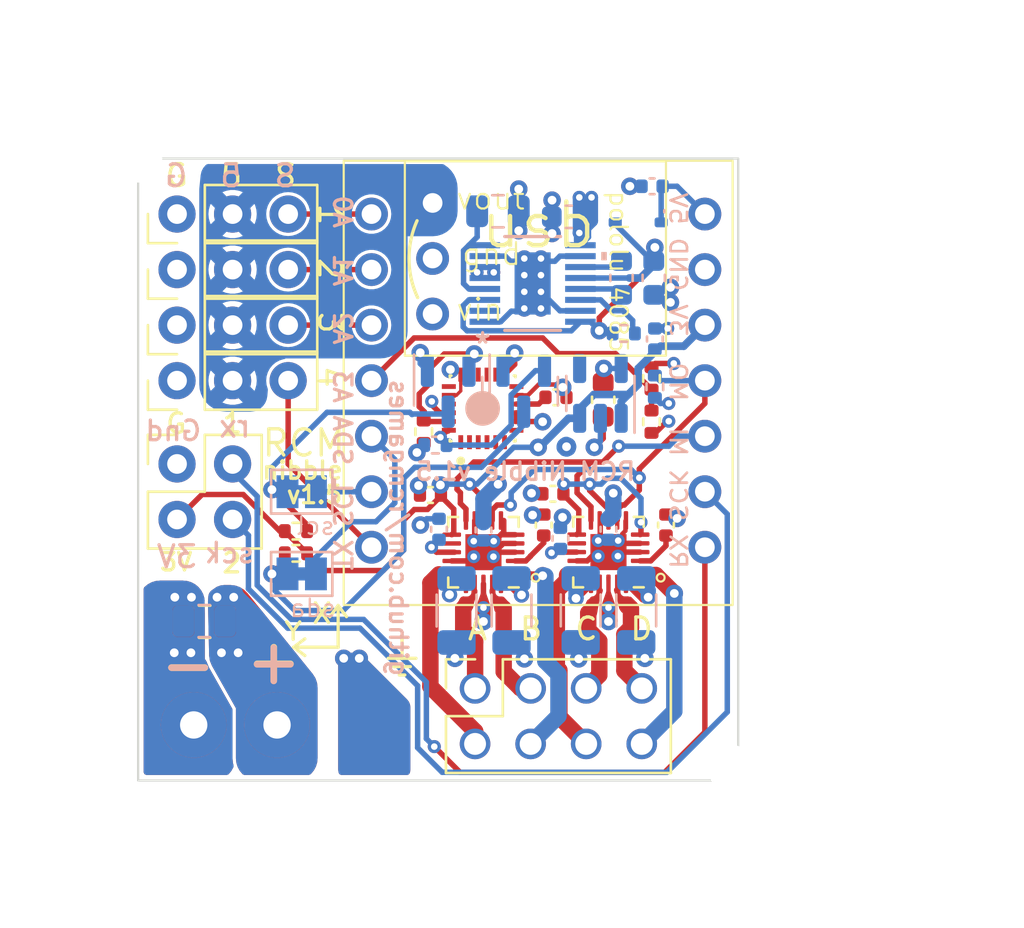
<source format=kicad_pcb>
(kicad_pcb (version 20221018) (generator pcbnew)
  (layers (0 "F.Cu" signal) (1 "In1.Cu" signal) (2 "In2.Cu" signal) (31 "B.Cu" signal) (34 "B.Paste" user) (35 "F.Paste" user) (36 "B.SilkS" user "B.Silkscreen") (37 "F.SilkS" user "F.Silkscreen") (38 "B.Mask" user) (39 "F.Mask" user) (44 "Edge.Cuts" user))
  (net 0 "")
  (net 1 "GND")
  (net 2 "3v")
  (net 3 "Net-(IC1-1,8Vout)")
  (net 4 "Net-(IC2-1,8Vout)")
  (net 5 "Net-(D1-K)")
  (net 6 "Net-(ESP32_QT_PY1-A1)")
  (net 7 "Net-(IC1-VCP)")
  (net 8 "Net-(IC2-VCP)")
  (net 9 "Net-(IC1-OA2)")
  (net 11 "Net-(IC1-OB2)")
  (net 12 "Net-(IC1-BRB)")
  (net 13 "uart")
  (net 14 "sda")
  (net 15 "Net-(IC1-OB1)")
  (net 16 "Net-(IC1-OA1)")
  (net 17 "scl")
  (net 18 "Net-(ESP32_QT_PY1-A2)")
  (net 19 "Net-(ESP32_QT_PY1-A3)")
  (net 20 "enab")
  (net 21 "Net-(ESP32_QT_PY1-A0)")
  (net 22 "Net-(ESP32_QT_PY1-RX)")
  (net 23 "Net-(IC1-BRA)")
  (net 24 "Net-(IC2-OA2)")
  (net 26 "Net-(IC2-OB2)")
  (net 27 "Net-(IC2-BRB)")
  (net 28 "Net-(IC2-OB1)")
  (net 29 "vbat")
  (net 30 "servopower")
  (net 31 "5v")
  (net 44 "Net-(Q3-D)")
  (net 47 "Net-(Q4-D)")
  (net 48 "Net-(Q3-S)")
  (net 49 "Net-(Q4-S)")
  (net 50 "Net-(U3-REGOUT)")
  (net 51 "Net-(ESP32_QT_PY1-TX)")
  (net 52 "Net-(ESP32_QT_PY1-SCK)")
  (net 53 "1.8")
  (net 55 "Net-(IC2-OA1)")
  (net 56 "Net-(IC2-BRA)")
  (net 58 "Net-(C9-Pad2)")
  (net 59 "Net-(U2-C)")
  (net 60 "Net-(U2-C+)")
  (net 61 "Net-(U2-*RST)")
  (footprint "!RCMhardware footprints:PinSocket_2x04_P2.54mm_Vertical" (layer "F.Cu") (at 143.2914 58.5524 90)
    (fp_text reference "J6" hide)
    (fp_text value "2x04 female header pins")
  )
  (footprint "Connector_PinHeader_2.54mm:PinHeader_1x03_P2.54mm_Vertical" (layer "F.Cu") (at 129.667 36.857 90)
    (fp_text reference "J5" hide)
    (fp_text value "Conn_01x03")
  )
  (footprint "Resistor_SMD:R_0402_1005Metric" (layer "F.Cu") (at 151.3586 44.3754 90)
    (fp_text reference "R2" hide)
    (fp_text value "10k / <=1%")
  )
  (footprint "Connector_PinHeader_2.54mm:PinHeader_1x03_P2.54mm_Vertical" (layer "F.Cu") (at 129.667 44.477 90)
    (fp_text reference "J4" hide)
    (fp_text value "Conn_01x03")
  )
  (footprint "!RCMhardware footprints:pololu 4085" (layer "F.Cu") (at 140.081 34.444 -90)
    (fp_text reference "U1" hide)
    (fp_text value "pololu 4085")
  )
  (footprint "Capacitor_SMD:C_0603_1608Metric" (layer "F.Cu") (at 149.1488 45.353 -90)
    (fp_text reference "C14" hide)
    (fp_text value "2.2uF/0603/>=16V")
  )
  (footprint "Resistor_SMD:R_0402_1005Metric" (layer "F.Cu") (at 151.3586 46.3566 90)
    (fp_text reference "R1" hide)
    (fp_text value "30k / <=1%")
  )
  (footprint "Capacitor_SMD:C_0805_2012Metric" (layer "F.Cu") (at 130.9268 55.5006 180)
    (fp_text reference "C16" hide)
    (fp_text value "22uF/0805/>=16V")
  )
  (footprint "Connector_PinHeader_2.54mm:PinHeader_1x03_P2.54mm_Vertical" (layer "F.Cu") (at 129.667 41.937 90)
    (fp_text reference "J3" hide)
    (fp_text value "Conn_01x03")
  )
  (footprint "Capacitor_SMD:C_0402_1005Metric" (layer "F.Cu") (at 146.431 51.081 -90)
    (fp_text reference "C17" hide)
    (fp_text value "100nF/0402/16V/X7R/<=10%/ceramic")
  )
  (footprint "!RCMhardware footprints:ESP32 QT PY" (layer "F.Cu") (at 146.177 44.477)
    (fp_text reference "ESP32_QT_PY1" hide)
    (fp_text value "microcontroller")
  )
  (footprint "Connector_PinHeader_2.54mm:PinHeader_2x02_P2.54mm_Vertical" (layer "F.Cu") (at 129.667 48.287)
    (fp_text reference "J9" hide)
    (fp_text value "Conn_02x02_Top_Bottom")
  )
  (footprint "Connector_PinHeader_2.54mm:PinHeader_1x03_P2.54mm_Vertical" (layer "F.Cu") (at 129.667 39.397 90)
    (fp_text reference "J2" hide)
    (fp_text value "Conn_01x03")
  )
  (footprint "Capacitor_SMD:C_0402_1005Metric" (layer "F.Cu") (at 146.9898 45.239)
    (fp_text reference "C11" hide)
    (fp_text value "100nF/0402/16V/X7R/<=10%/ceramic")
  )
  (footprint "Capacitor_SMD:C_0402_1005Metric" (layer "F.Cu") (at 146.85 49.651974 180)
    (fp_text reference "C7" hide)
    (fp_text value "100nF/0402/16V/X7R/<=10%/ceramic")
  )
  (footprint "MountingHole:MountingHole_2.2mm_M2" (layer "F.Cu") (at 155.067 62.257)
    (fp_text reference "H2" hide)
    (fp_text value "MountingHole")
  )
  (footprint "Capacitor_SMD:C_0402_1005Metric" (layer "F.Cu") (at 152.019 51.081 -90)
    (fp_text reference "C18" hide)
    (fp_text value "100nF/0402/16V/X7R/<=10%/ceramic")
  )
  (footprint "!RCMhardware footprints:battery wires" (layer "F.Cu") (at 130.429 60.225 -90)
    (fp_text reference "J1" hide)
    (fp_text value "pads to solder wires to" hide)
  )
  (footprint "Capacitor_SMD:C_0402_1005Metric" (layer "F.Cu") (at 141.252 49.7078 180)
    (fp_text reference "C4" hide)
    (fp_text value "100nF/0402/16V/X7R/<=10%/ceramic")
  )
  (footprint "MountingHole:MountingHole_2.2mm_M2" (layer "F.Cu") (at 127.889 34.317)
    (fp_text reference "H1" hide)
    (fp_text value "MountingHole")
  )
  (footprint "Resistor_SMD:R_0402_1005Metric" (layer "F.Cu") (at 135.1026 52.3748 180)
    (fp_text reference "R12" hide)
    (fp_text value "10k / <=1%")
  )
  (footprint "!RCMhardware footprints:QFN-20-1EP_3x3mm_P0.4mm_EP1.65x1.65mm" (layer "F.Cu") (at 143.675 52.3234 180)
    (fp_text reference "IC1" hide)
    (fp_text value "TMC7300")
  )
  (footprint "!RCMhardware footprints:QFN40P300X300X105-24N" (layer "F.Cu") (at 143.637 45.747 90)
    (fp_text reference "U3" hide)
    (fp_text value "ICM-20948")
  )
  (footprint "!RCMhardware footprints:QFN-20-1EP_3x3mm_P0.4mm_EP1.65x1.65mm" (layer "F.Cu") (at 149.39 52.318974 180)
    (fp_text reference "IC2" hide)
    (fp_text value "TMC7300")
  )
  (footprint "Resistor_SMD:R_0402_1005Metric" (layer "F.Cu") (at 140.9446 46.8138 -90)
    (fp_text reference "R10" hide)
    (fp_text value "10k / <=1%")
  )
  (footprint "Resistor_SMD:R_0402_1005Metric" (layer "F.Cu") (at 135.1026 51.3604 180)
    (fp_text reference "R9" hide)
    (fp_text value "10k / <=1%")
  )
  (footprint "Resistor_SMD:R_0402_1005Metric" (layer "B.Cu") (at 150.0886 42.318 180)
    (fp_text reference "R7" hide)
    (fp_text value "10k / <=1%")
  )
  (footprint "Capacitor_SMD:C_0603_1608Metric" (layer "B.Cu") (at 147.574 36.984 180)
    (fp_text reference "C13" hide)
    (fp_text value "2.2uF/0603/>=16V")
  )
  (footprint "Capacitor_SMD:C_0402_1005Metric" (layer "B.Cu") (at 149.39 51.274974 -90)
    (fp_text reference "C6" hide)
    (fp_text value "100nF/0402/16V/X7R/<=10%/ceramic")
  )
  (footprint "Package_TO_SOT_SMD:SOT-23" (layer "B.Cu") (at 145.5166 44.9596 -90)
    (fp_text reference "Q4" hide)
    (fp_text value "BSS138, N channel mosfet >=0.22A")
  )
  (footprint "Capacitor_SMD:C_0805_2012Metric" (layer "B.Cu") (at 130.9116 55.4752 180)
    (fp_text reference "C2" hide)
    (fp_text value "22uF/0805/>=16V")
  )
  (footprint "Capacitor_SMD:C_0402_1005Metric" (layer "B.Cu") (at 143.675 51.307 -90)
    (fp_text reference "C3" hide)
    (fp_text value "100nF/0402/16V/X7R/<=10%/ceramic")
  )
  (footprint "Capacitor_SMD:C_0402_1005Metric" (layer "B.Cu") (at 141.643 51.274974 90)
    (fp_text reference "C5" hide)
    (fp_text value "100nF/0402/16V/X7R/<=10%/ceramic")
  )
  (footprint "Capacitor_SMD:C_0603_1608Metric" (layer "B.Cu") (at 151.4602 39.778 90)
    (fp_text reference "C12" hide)
    (fp_text value "22uF/0603/>=10V")
  )
  (footprint "Resistor_SMD:R_0402_1005Metric" (layer "B.Cu") (at 141.478 47.4234)
    (fp_text reference "R13" hide)
    (fp_text value "10k / <=1%")
  )
  (footprint "Jumper:SolderJumper-2_P1.3mm_Bridged_Pad1.0x1.5mm" (layer "B.Cu") (at 135.367 53.3162 180)
    (fp_text reference "NT2" hide)
    (fp_text value "NetTie_2")
  )
  (footprint "Resistor_SMD:R_1206_3216Metric" (layer "B.Cu") (at 150.66 54.985974 90)
    (fp_text reference "R5" hide)
    (fp_text value "120mΩ / 0.5W / 1206 / <=1%")
  )
  (footprint "Diode_SMD:D_SOD-323" (layer "B.Cu") (at 150.749 37.238 180)
    (fp_text reference "D1" hide)
    (fp_text value "1A Zener Diode  / >=1A / 600 mV Vf @ 1 A")
  )
  (footprint "!RCMhardware footprints:MSE_16_ADI" (layer "B.Cu") (at 145.923 40.032)
    (fp_text reference "U2" hide)
    (fp_text value "LTC3246EMSE-PBF / 500mA charge pump")
  )
  (footprint "Resistor_SMD:R_1206_3216Metric" (layer "B.Cu") (at 148.12 54.985974 90)
    (fp_text reference "R6" hide)
    (fp_text value "120mΩ / 0.5W / 1206 / <=1%")
  )
  (footprint "Package_TO_SOT_SMD:SOT-23" (layer "B.Cu") (at 142.0622 44.9596 -90)
    (fp_text reference "Q3" hide)
    (fp_text value "BSS138, N channel mosfet >=0.22A")
  )
  (footprint "Capacitor_SMD:C_0805_2012Metric" (layer "B.Cu") (at 144.338 36.73 180)
    (fp_text reference "C9" hide)
    (fp_text value "22uF/0805/>=16V")
  )
  (footprint "Package_TO_SOT_SMD:SOT-23-5" (layer "B.Cu") (at 149.0218 45.0612 90)
    (fp_text reference "U4" hide)
    (fp_text value "MIC5225-1.8V")
  )
  (footprint "Resistor_SMD:R_1206_3216Metric" (layer "B.Cu") (at 142.4432 54.9926 90)
    (fp_text reference "R4" hide)
    (fp_text value "120mΩ / 0.5W / 1206 / <=1%")
  )
  (footprint "Resistor_SMD:R_0402_1005Metric" (layer "B.Cu") (at 151.511 44.7544 -90)
    (fp_text reference "R11" hide)
    (fp_text value "10k / <=1%")
  )
  (footprint "Capacitor_SMD:C_0402_1005Metric" (layer "B.Cu") (at 151.511 42.572 90)
    (fp_text reference "C15" hide)
    (fp_text value "100nF/0402/16V/X7R/<=10%/ceramic")
  )
  (footprint "Capacitor_SMD:C_0402_1005Metric" (layer "B.Cu") (at 147.193 51.6906 90)
    (fp_text reference "C8" hide)
    (fp_text value "100nF/0402/16V/X7R/<=10%/ceramic")
  )
  (footprint "Capacitor_SMD:C_0402_1005Metric" (layer "B.Cu") (at 151.384 35.587 180)
    (fp_text reference "C1" hide)
    (fp_text value "100nF/0402/16V/X7R/<=10%/ceramic")
  )
  (footprint "Capacitor_SMD:C_0603_1608Metric" (layer "B.Cu") (at 149.987 39.778 90)
    (fp_text reference "C10" hide)
    (fp_text value "2.2uF/0603/>=16V")
  )
  (footprint "Jumper:SolderJumper-2_P1.3mm_Bridged_Pad1.0x1.5mm" (layer "B.Cu") (at 135.367 49.557 180)
    (fp_text reference "NT1" hide)
    (fp_text value "NetTie_2")
  )
  (footprint "Resistor_SMD:R_1206_3216Metric" (layer "B.Cu") (at 144.9578 54.9904 90)
    (fp_text reference "R3" hide)
    (fp_text value "120mΩ / 0.5W / 1206 / <=1%")
  )
  (gr_circle (center 143.637 45.747) (end 144.35542 45.747) (stroke (width 0.15)) (fill solid) (layer "B.SilkS"))
  (gr_line (start 135.509 56.288) (end 135.001 56.669) (stroke (width 0.15)) (layer "F.SilkS"))
  (gr_line (start 135.001 56.669) (end 137.033 56.669) (stroke (width 0.15)) (layer "F.SilkS"))
  (gr_arc (start 140.666523 40.674734) (mid 140.271184 38.921173) (end 140.639801 37.1618) (stroke (width 0.15)) (layer "F.SilkS"))
  (gr_line (start 135.509 57.05) (end 135.001 56.669) (stroke (width 0.15)) (layer "F.SilkS"))
  (gr_line (start 137.414 55.272) (end 137.033 54.764) (stroke (width 0.15)) (layer "F.SilkS"))
  (gr_line (start 139.954 56.161) (end 139.954 57.177) (stroke (width 0.15)) (layer "F.SilkS"))
  (gr_line (start 137.033 54.764) (end 136.652 55.272) (stroke (width 0.15)) (layer "F.SilkS"))
  (gr_line (start 139.573 57.558) (end 140.335 57.558) (stroke (width 0.15)) (layer "F.SilkS"))
  (gr_line (start 137.033 56.669) (end 137.033 54.764) (stroke (width 0.15)) (layer "F.SilkS"))
  (gr_line (start 140.589 57.177) (end 139.319 57.177) (stroke (width 0.15)) (layer "F.SilkS"))
  (gr_line (start 140.081 57.939) (end 139.827 57.939) (stroke (width 0.15)) (layer "F.SilkS"))
  (gr_rect (start 127.889 34.317) (end 155.321 62.765) (stroke (width 0.1)) (fill none) (layer "Edge.Cuts"))
  (gr_text "sck" (at 133.2738 52.8844) (layer "B.SilkS") (effects (font (size 0.9 0.9)) (justify left bottom mirror)))
  (gr_text "rx" (at 133.1214 47.144) (layer "B.SilkS") (effects (font (size 1 1)) (justify left bottom mirror)))
  (gr_text "-" (at 130.175 57.4564) (layer "B.SilkS") (effects (font (size 2 2) (thickness 0.3)) (justify mirror)))
  (gr_text "RCM Nibble v1.5\n" (at 150.6982 49.0982) (layer "B.SilkS") (effects (font (size 0.8 0.8)) (justify left bottom mirror)))
  (gr_text "+" (at 134.0866 57.304) (layer "B.SilkS") (effects (font (size 2 2) (thickness 0.3)) (justify mirror)))
  (gr_text "3V\n" (at 130.6576 53.113) (layer "B.SilkS") (effects (font (size 1 1)) (justify left bottom mirror)))
  (gr_text "scl\n" (at 136.9314 51.589) (layer "B.SilkS") (effects (font (size 0.8 0.8) (thickness 0.1)) (justify left bottom mirror)))
  (gr_text "Gnd\n" (at 130.8608 47.2964) (layer "B.SilkS") (effects (font (size 0.9 0.9)) (justify left bottom mirror)))
  (gr_text "TX SCL SDA A3  A2  A1  A0\n" (at 137.6934 44.5786 270) (layer "B.SilkS") (effects (font (size 0.8 0.8)) (justify top mirror)))
  (gr_text "RX SCK MI  MO  3V GND 5V" (at 153.0096 44.4754 270) (layer "B.SilkS") (effects (font (size 0.75 0.8) (thickness 0.12)) (justify top mirror)))
  (gr_text "github.com/rcmgames" (at 139.319 58.066 -90) (layer "B.SilkS") (effects (font (size 0.8 0.8)) (justify left bottom mirror)))
  (gr_text "S  5  G" (at 135.1788 35.6886) (layer "B.SilkS") (effects (font (size 1 1)) (justify left bottom mirror)))
  (gr_text "sda" (at 136.9822 55.3482) (layer "B.SilkS") (effects (font (size 0.8 0.8) (thickness 0.1)) (justify left bottom mirror)))
  (gr_text "2\n" (at 131.6482 53.34) (layer "F.SilkS") (effects (font (size 0.9 0.9)) (justify left bottom)))
  (gr_text "G" (at 129.0828 46.9646) (layer "F.SilkS") (effects (font (size 0.9 0.9)) (justify left bottom)))
  (gr_text "Y\n" (at 134.493 56.415) (layer "F.SilkS") (effects (font (size 0.8 0.9)) (justify left bottom)))
  (gr_text "1" (at 131.6736 46.9392) (layer "F.SilkS") (effects (font (size 0.9 0.9)) (justify left bottom)))
  (gr_text "v1.5\n" (at 134.5946 50.1666) (layer "F.SilkS") (effects (font (size 0.8 0.8)) (justify left bottom)))
  (gr_text "X" (at 135.763 55.653) (layer "F.SilkS") (effects (font (size 0.9 0.9)) (justify left bottom)))
  (gr_text "nibble\n" (at 133.477 49.049) (layer "F.SilkS") (effects (font (size 0.8 0.8)) (justify left bottom)))
  (gr_text "3V" (at 128.8034 53.2384) (layer "F.SilkS") (effects (font (size 0.8 0.8)) (justify left bottom)))
  (gr_text "1  2  3  4" (at 136.0678 36.2982 -90) (layer "F.SilkS") (effects (font (size 1 1)) (justify left bottom)))
  (gr_text "A  B  C  D\n" (at 142.875 56.415) (layer "F.SilkS") (effects (font (size 1 1)) (justify left bottom)))
  (gr_text "RCM" (at 133.477 48.033) (layer "F.SilkS") (effects (font (size 1.2 1.2)) (justify left bottom)))
  (gr_text "G  5  S\n\n" (at 129.0574 37.2888) (layer "F.SilkS") (effects (font (size 1 1)) (justify left bottom)))
  (segment (start 144.183 52.3234) (end 144.583 51.9234) (width 0.25) (layer "F.Cu") (net 1))
  (segment (start 146.1979 44.654) (end 147.170804 44.654) (width 0.2) (layer "F.Cu") (net 1))
  (segment (start 143.275 50.8734) (end 143.275 51.9234) (width 0.25) (layer "F.Cu") (net 1))
  (segment (start 143.275 51.9234) (end 143.675 52.3234) (width 0.25) (layer "F.Cu") (net 1))
  (segment (start 148.7424 47.5234) (end 149.1488 47.117) (width 0.25) (layer "F.Cu") (net 1))
  (segment (start 149.1488 47.117) (end 149.1488 46.128) (width 0.25) (layer "F.Cu") (net 1))
  (segment (start 145.182 45.147) (end 145.7049 45.147) (width 0.2) (layer "F.Cu") (net 1))
  (segment (start 150.025 51.483238) (end 150.165 51.343238) (width 0.2) (layer "F.Cu") (net 1))
  (segment (start 149.39 52.318974) (end 149.015 51.943974) (width 0.25) (layer "F.Cu") (net 1))
  (segment (start 147.170804 44.654) (end 147.298604 44.7818) (width 0.2) (layer "F.Cu") (net 1))
  (segment (start 144.602 51.3964) (end 144.475 51.5234) (width 0.25) (layer "F.Cu") (net 1))
  (segment (start 149.015 51.943974) (end 149.015 51.107647) (width 0.25) (layer "F.Cu") (net 1))
  (segment (start 148.42462 52.718974) (end 147.94 52.718974) (width 0.25) (layer "F.Cu") (net 1))
  (segment (start 144.602 50.8734) (end 144.602 51.3964) (width 0.25) (layer "F.Cu") (net 1))
  (segment (start 145.125 52.3234) (end 144.183 52.3234) (width 0.25) (layer "F.Cu") (net 1))
  (segment (start 150.84 51.918974) (end 149.79 51.918974) (width 0.25) (layer "F.Cu") (net 1))
  (segment (start 142.637 44.946334) (end 142.637 44.202) (width 0.15) (layer "F.Cu") (net 1))
  (segment (start 149.39 51.754974) (end 149.39 52.318974) (width 0.25) (layer "F.Cu") (net 1))
  (segment (start 143.675215 52.818225) (end 143.58039 52.7234) (width 0.25) (layer "F.Cu") (net 1))
  (segment (start 143.58039 52.7234) (end 142.225 52.7234) (width 0.25) (layer "F.Cu") (net 1))
  (segment (start 151.5344 43.6896) (end 151.3586 43.8654) (width 0.25) (layer "F.Cu") (net 1))
  (segment (start 149.39 51.754974) (end 149.78862 51.754974) (width 0.25) (layer "F.Cu") (net 1))
  (segment (start 145.125 51.5234) (end 144.475 51.5234) (width 0.25) (layer "F.Cu") (net 1))
  (segment (start 148.882 52.191974) (end 148.882 52.261594) (width 0.25) (layer "F.Cu") (net 1))
  (segment (start 144.475 51.5234) (end 143.675 52.3234) (width 0.25) (layer "F.Cu") (net 1))
  (segment (start 149.79 51.918974) (end 149.39 52.318974) (width 0.25) (layer "F.Cu") (net 1))
  (segment (start 148.882 52.261594) (end 148.42462 52.718974) (width 0.25) (layer "F.Cu") (net 1))
  (segment (start 149.78862 51.754974) (end 150.025 51.518594) (width 0.2) (layer "F.Cu") (net 1))
  (segment (start 143.713129 51.669149) (end 143.803385 51.669149) (width 0.25) (layer "F.Cu") (net 1))
  (segment (start 152.3746 43.6896) (end 151.5344 43.6896) (width 0.25) (layer "F.Cu") (net 1))
  (segment (start 150.165 51.343238) (end 150.165 50.893974) (width 0.2) (layer "F.Cu") (net 1))
  (segment (start 144.583 51.9234) (end 145.125 51.9234) (width 0.25) (layer "F.Cu") (net 1))
  (segment (start 150.84 52.318974) (end 149.39 52.318974) (width 0.25) (layer "F.Cu") (net 1))
  (segment (start 142.092 45.147) (end 142.436334 45.147) (width 0.15) (layer "F.Cu") (net 1))
  (segment (start 145.7049 45.147) (end 146.1979 44.654) (width 0.2) (layer "F.Cu") (net 1))
  (segment (start 142.436334 45.147) (end 142.637 44.946334) (width 0.15) (layer "F.Cu") (net 1))
  (segment (start 150.025 51.518594) (end 150.025 51.483238) (width 0.2) (layer "F.Cu") (net 1))
  (via (at 145.873691 49.624938) (size 0.8) (drill 0.4) (layers "F.Cu" "B.Cu") (net 1))
  (via (at 150.368 35.587) (size 0.8) (drill 0.4) (layers "F.Cu" "B.Cu") (net 1))
  (via (at 146.304 39.651) (size 0.75) (drill 0.3) (layers "F.Cu" "B.Cu") (net 1))
  (via (at 146.812 36.222) (size 0.8) (drill 0.4) (layers "F.Cu" "B.Cu") (net 1))
  (via (at 147.2905 50.726176) (size 0.8) (drill 0.4) (layers "F.Cu" "B.Cu") (net 1))
  (via (at 144.129884 52.5288) (size 0.6) (drill 0.3) (layers "F.Cu" "B.Cu") (net 1))
  (via (at 145.288 35.714) (size 0.8) (drill 0.4) (layers "F.Cu" "B.Cu") (net 1))
  (via (at 146.304 41.175) (size 0.75) (drill 0.3) (layers "F.Cu" "B.Cu") (net 1))
  (via (at 151.0538 57.177) (size 0.8) (drill 0.4) (layers "F.Cu" "B.Cu") (net 1))
  (via (at 129.54 56.923) (size 0.8) (drill 0.4) (layers "F.Cu" "B.Cu") (net 1))
  (via (at 145.288 37.619) (size 0.8) (drill 0.4) (layers "F.Cu" "B.Cu") (net 1))
  (via (at 129.5654 54.383) (size 0.8) (drill 0.4) (layers "F.Cu" "B.Cu") (net 1))
  (via (at 152.2222 40.8956) (size 0.8) (drill 0.4) (layers "F.Cu" "B.Cu") (net 1))
  (via (at 152.2222 40.2098) (size 0.8) (drill 0.4) (layers "F.Cu" "B.Cu") (net 1))
  (via (at 148.7424 47.5234) (size 0.8) (drill 0.4) (layers "F.Cu" "B.Cu") (net 1))
  (via (at 137.9982 57.177) (size 0.8) (drill 0.4) (layers "F.Cu" "B.Cu") (net 1))
  (via (at 142.1627 43.969) (size 0.8) (drill 0.4) (layers "F.Cu" "B.Cu") (net 1))
  (via (at 140.7922 51.081) (size 0.8) (drill 0.4) (layers "F.Cu" "B.Cu") (net 1))
  (via (at 140.710344 49.276) (size 0.8) (drill 0.4) (layers "F.Cu" "B.Cu") (net 1))
  (via (at 145.542 40.413) (size 0.75) (drill 0.3) (layers "F.Cu" "B.Cu") (net 1))
  (via (at 145.542 41.175) (size 0.75) (drill 0.3) (layers "F.Cu" "B.Cu") (net 1))
  (via (at 152.146 45.5184) (size 0.6) (drill 0.3) (layers "F.Cu" "B.Cu") (net 1))
  (via (at 137.287 57.177) (size 0.8) (drill 0.4) (layers "F.Cu" "B.Cu") (net 1))
  (via (at 130.302 56.923) (size 0.8) (drill 0.4) (layers "F.Cu" "B.Cu") (net 1))
  (via (at 146.812 37.746) (size 0.8) (drill 0.4) (layers "F.Cu" "B.Cu") (net 1))
  (via (at 145.5475 57.201099) (size 0.8) (drill 0.4) (layers "F.Cu" "B.Cu") (net 1))
  (via (at 130.3274 54.383) (size 0.8) (drill 0.4) (layers "F.Cu" "B.Cu") (net 1))
  (via (at 143.2306 51.8176) (size 0.6) (drill 0.3) (layers "F.Cu" "B.Cu") (net 1))
  (via (at 152.0952 42.0878) (size 0.6) (drill 0.3) (layers "F.Cu" "B.Cu") (net 1))
  (via (at 146.304 38.889) (size 0.75) (drill 0.3) (layers "F.Cu" "B.Cu") (net 1))
  (via (at 149.8346 51.7922) (size 0.6) (drill 0.3) (layers "F.Cu" "B.Cu") (net 1))
  (via (at 148.9202 52.5034) (size 0.6) (drill 0.3) (layers "F.Cu" "B.Cu") (net 1))
  (via (at 152.3746 43.6896) (size 0.6) (drill 0.3) (layers "F.Cu" "B.Cu") (net 1))
  (via (at 147.298604 44.7818) (size 0.8) (drill 0.4) (layers "F.Cu" "B.Cu") (net 1))
  (via (at 143.2306 52.5288) (size 0.6) (drill 0.3) (layers "F.Cu" "B.Cu") (net 1))
  (via (at 145.542 39.651) (size 0.75) (drill 0.3) (layers "F.Cu" "B.Cu") (net 1))
  (via (at 149.819484 52.5034) (size 0.6) (drill 0.3) (layers "F.Cu" "B.Cu") (net 1))
  (via (at 145.542 38.889) (size 0.75) (drill 0.3) (layers "F.Cu" "B.Cu") (net 1))
  (via (at 142.369 57.177) (size 0.8) (drill 0.4) (layers "F.Cu" "B.Cu") (net 1))
  (via (at 148.9202 51.7922) (size 0.6) (drill 0.3) (layers "F.Cu" "B.Cu") (net 1))
  (via (at 146.304 40.413) (size 0.75) (drill 0.3) (layers "F.Cu" "B.Cu") (net 1))
  (via (at 144.145 51.8176) (size 0.6) (drill 0.3) (layers "F.Cu" "B.Cu") (net 1))
  (via (at 148.0312 57.2008) (size 0.8) (drill 0.4) (layers "F.Cu" "B.Cu") (net 1))
  (segment (start 144.94571 41.302) (end 145.542 41.302) (width 0.25) (layer "B.Cu") (net 1))
  (segment (start 146.177 39.778) (end 145.923 40.032) (width 0.25) (layer "B.Cu") (net 1))
  (segment (start 148.7424 47.5234) (end 149.0218 47.244) (width 0.25) (layer "B.Cu") (net 1))
  (segment (start 146.304 39.778) (end 146.177 39.778) (width 0.25) (layer "B.Cu") (net 1))
  (segment (start 146.304 39.651) (end 146.304 39.778) (width 0.25) (layer "B.Cu") (net 1))
  (segment (start 146.304 39.016) (end 146.304 39.651) (width 0.25) (layer "B.Cu") (net 1))
  (segment (start 146.304 40.54) (end 146.304 40.413) (width 0.25) (layer "B.Cu") (net 1))
  (segment (start 145.542 40.70571) (end 145.542 40.70571) (width 0.25) (layer "B.Cu") (net 1))
  (segment (start 147.173 41.282) (end 146.431 40.54) (width 0.25) (layer "B.Cu") (net 1))
  (segment (start 145.542 39.651) (end 145.542 39.778) (width 0.25) (layer "B.Cu") (net 1))
  (segment (start 145.542 41.302) (end 145.542 40.70571) (width 0.25) (layer "B.Cu") (net 1))
  (segment (start 146.304 39.651) (end 146.304 39.651) (width 0.25) (layer "B.Cu") (net 1))
  (segment (start 144.907 39.016) (end 145.542 39.016) (width 0.25) (layer "B.Cu") (net 1))
  (segment (start 145.923 40.32471) (end 145.923 40.032) (width 0.25) (layer "B.Cu") (net 1))
  (segment (start 149.0218 47.244) (end 149.0218 46.1987) (width 0.25) (layer "B.Cu") (net 1))
  (segment (start 148.1074 41.282) (end 147.173 41.282) (width 0.25) (layer "B.Cu") (net 1))
  (segment (start 143.7386 38.782) (end 144.673 38.782) (width 0.25) (layer "B.Cu") (net 1))
  (segment (start 152.146 45.5184) (end 151.765 45.5184) (width 0.25) (layer "B.Cu") (net 1))
  (segment (start 147.173 38.782) (end 146.939 39.016) (width 0.25) (layer "B.Cu") (net 1))
  (segment (start 151.5152 42.0878) (end 151.511 42.092) (width 0.4) (layer "B.Cu") (net 1))
  (segment (start 145.542 40.54) (end 145.70771 40.54) (width 0.25) (layer "B.Cu") (net 1))
  (segment (start 146.431 40.54) (end 146.304 40.54) (width 0.25) (layer "B.Cu") (net 1))
  (segment (start 152.0952 42.0878) (end 151.5152 42.0878) (width 0.4) (layer "B.Cu") (net 1))
  (segment (start 145.542 40.70571) (end 145.542 40.54) (width 0.25) (layer "B.Cu") (net 1))
  (segment (start 144.673 38.782) (end 144.907 39.016) (width 0.25) (layer "B.Cu") (net 1))
  (segment (start 145.70771 40.54) (end 145.923 40.32471) (width 0.25) (layer "B.Cu") (net 1))
  (segment (start 143.7386 41.782002) (end 144.465708 41.782002) (width 0.25) (layer "B.Cu") (net 1))
  (segment (start 146.304 40.413) (end 145.923 40.032) (width 0.25) (layer "B.Cu") (net 1))
  (segment (start 145.669 39.778) (end 145.923 40.032) (width 0.25) (layer "B.Cu") (net 1))
  (segment (start 145.542 39.016) (end 145.542 39.651) (width 0.25) (layer "B.Cu") (net 1))
  (segment (start 141.078226 50.794974) (end 141.643 50.794974) (width 0.25) (layer "B.Cu") (net 1))
  (segment (start 151.765 45.5184) (end 151.511 45.2644) (width 0.25) (layer "B.Cu") (net 1))
  (segment (start 144.465708 41.782002) (end 144.94571 41.302) (width 0.25) (layer "B.Cu") (net 1))
  (segment (start 146.939 39.016) (end 146.304 39.016) (width 0.25) (layer "B.Cu") (net 1))
  (segment (start 145.542 39.651) (end 145.542 39.651) (width 0.25) (layer "B.Cu") (net 1))
  (segment (start 148.1074 38.782) (end 147.173 38.782) (width 0.25) (layer "B.Cu") (net 1))
  (segment (start 140.7922 51.081) (end 141.078226 50.794974) (width 0.25) (layer "B.Cu") (net 1))
  (segment (start 145.542 39.778) (end 145.669 39.778) (width 0.25) (layer "B.Cu") (net 1))
  (segment (start 141.7066 49.2014) (end 141.7066 49.743574) (width 0.25) (layer "F.Cu") (net 2))
  (segment (start 148.033 51.425974) (end 147.94 51.518974) (width 0.25) (layer "F.Cu") (net 2))
  (segment (start 141.7066 49.776779) (end 141.113579 50.3698) (width 0.25) (layer "F.Cu") (net 2))
  (segment (start 132.6912 49.684) (end 130.81 49.684) (width 0.25) (layer "F.Cu") (net 2))
  (segment (start 139.0888 53.1638) (end 136.396 53.1638) (width 0.25) (layer "F.Cu") (net 2))
  (segment (start 150.876 50.954) (end 150.876 51.482974) (width 0.25) (layer "F.Cu") (net 2))
  (segment (start 140.0302 52.2224) (end 139.0888 53.1638) (width 0.25) (layer "F.Cu") (net 2))
  (segment (start 148.033 50.397) (end 148.033 51.425974) (width 0.25) (layer "F.Cu") (net 2))
  (segment (start 141.7066 49.2014) (end 141.7066 49.776779) (width 0.25) (layer "F.Cu") (net 2))
  (segment (start 149.39 50.357) (end 149.39 50.868974) (width 0.25) (layer "F.Cu") (net 2))
  (segment (start 143.042647 49.210474) (end 143.042647 49.215047) (width 0.25) (layer "F.Cu") (net 2))
  (segment (start 147.3454 49.2014) (end 147.3454 49.7094) (width 0.25) (layer "F.Cu") (net 2))
  (segment (start 142.318 51.4304) (end 142.225 51.5234) (width 0.25) (layer "F.Cu") (net 2))
  (segment (start 150.876 51.482974) (end 150.84 51.518974) (width 0.25) (layer "F.Cu") (net 2))
  (segment (start 136.396 53.1638) (end 134.5926 51.3604) (width 0.25) (layer "F.Cu") (net 2))
  (segment (start 148.5295 49.210474) (end 148.5295 49.4965) (width 0.25) (layer "F.Cu") (net 2))
  (segment (start 141.7066 49.743574) (end 142.318 50.354974) (width 0.25) (layer "F.Cu") (net 2))
  (segment (start 141.113579 50.3698) (end 140.5128 50.3698) (width 0.25) (layer "F.Cu") (net 2))
  (segment (start 142.318 50.354974) (end 142.318 51.4304) (width 0.25) (layer "F.Cu") (net 2))
  (segment (start 143.675 49.8474) (end 143.675 50.8734) (width 0.25) (layer "F.Cu") (net 2))
  (segment (start 134.3676 51.3604) (end 132.6912 49.684) (width 0.25) (layer "F.Cu") (net 2))
  (segment (start 134.5926 51.3604) (end 134.3676 51.3604) (width 0.25) (layer "F.Cu") (net 2))
  (segment (start 140.5128 50.3698) (end 140.0302 50.8524) (width 0.25) (layer "F.Cu") (net 2))
  (segment (start 130.81 49.684) (end 129.667 50.827) (width 0.25) (layer "F.Cu") (net 2))
  (segment (start 140.0302 50.8524) (end 140.0302 52.2224) (width 0.25) (layer "F.Cu") (net 2))
  (segment (start 148.5295 49.4965) (end 149.39 50.357) (width 0.25) (layer "F.Cu") (net 2))
  (segment (start 143.042647 49.215047) (end 143.675 49.8474) (width 0.25) (layer "F.Cu") (net 2))
  (segment (start 147.3454 49.7094) (end 148.033 50.397) (width 0.25) (layer "F.Cu") (net 2))
  (via (at 150.876 50.954) (size 0.6) (drill 0.3) (layers "F.Cu" "B.Cu") (net 2))
  (via (at 146.177 47.525) (size 0.8) (drill 0.4) (layers "F.Cu" "B.Cu") (net 2))
  (via (at 147.3454 49.2014) (size 0.6) (drill 0.3) (layers "F.Cu" "B.Cu") (net 2))
  (via (at 148.5295 49.210474) (size 0.6) (drill 0.3) (layers "F.Cu" "B.Cu") (net 2))
  (via (at 141.7066 49.2506) (size 0.8) (drill 0.4) (layers "F.Cu" "B.Cu") (net 2))
  (via (at 143.042647 49.210474) (size 0.6) (drill 0.3) (layers "F.Cu" "B.Cu") (net 2))
  (segment (start 148.0718 46.2241) (end 148.0718 45.7572) (width 0.35) (layer "B.Cu") (net 2))
  (segment (start 148.0718 45.7572) (end 148.7186 45.1104) (width 0.35) (layer "B.Cu") (net 2))
  (segment (start 141.715674 49.210474) (end 143.042647 49.210474) (width 0.25) (layer "B.Cu") (net 2))
  (segment (start 146.177 47.525) (end 146.237105 47.525) (width 0.35) (layer "B.Cu") (net 2))
  (segment (start 148.5295 49.210474) (end 149.055397 49.210474) (width 0.25) (layer "B.Cu") (net 2))
  (segment (start 148.7186 45.1104) (end 150.2934 45.1104) (width 0.35) (layer "B.Cu") (net 2))
  (segment (start 143.373926 49.210474) (end 145.0594 47.525) (width 0.25) (layer "B.Cu") (net 2))
  (segment (start 149.324082 48.941789) (end 149.955989 48.941789) (width 0.25) (layer "B.Cu") (net 2))
  (segment (start 150.749 44.6548) (end 150.749 43.9182) (width 0.35) (layer "B.Cu") (net 2))
  (segment (start 150.749 43.9182) (end 151.7666 42.9006) (width 0.35) (layer "B.Cu") (net 2))
  (segment (start 148.5295 49.210474) (end 147.354474 49.210474) (width 0.25) (layer "B.Cu") (net 2))
  (segment (start 149.9718 45.432) (end 150.3045 45.0993) (width 0.35) (layer "B.Cu") (net 2))
  (segment (start 151.7666 42.9006) (end 152.8334 42.9006) (width 0.35) (layer "B.Cu") (net 2))
  (segment (start 152.8334 42.9006) (end 153.797 41.937) (width 0.35) (layer "B.Cu") (net 2))
  (segment (start 147.563405 46.1987) (end 148.0718 46.1987) (width 0.35) (layer "B.Cu") (net 2))
  (segment (start 146.237105 47.525) (end 147.563405 46.1987) (width 0.35) (layer "B.Cu") (net 2))
  (segment (start 149.955989 48.941789) (end 150.876 49.8618) (width 0.25) (layer "B.Cu") (net 2))
  (segment (start 143.042647 49.210474) (end 143.373926 49.210474) (width 0.25) (layer "B.Cu") (net 2))
  (segment (start 147.354474 49.210474) (end 147.3454 49.2014) (width 0.25) (layer "B.Cu") (net 2))
  (segment (start 150.876 49.8618) (end 150.876 50.954) (width 0.25) (layer "B.Cu") (net 2))
  (segment (start 150.2934 45.1104) (end 150.3045 45.0993) (width 0.35) (layer "B.Cu") (net 2))
  (segment (start 145.0594 47.525) (end 146.177 47.525) (width 0.25) (layer "B.Cu") (net 2))
  (segment (start 149.055397 49.210474) (end 149.324082 48.941789) (width 0.25) (layer "B.Cu") (net 2))
  (segment (start 149.9718 46.1987) (end 149.9718 45.432) (width 0.35) (layer "B.Cu") (net 2))
  (segment (start 141.7066 49.2014) (end 141.715674 49.210474) (width 0.25) (layer "B.Cu") (net 2))
  (segment (start 150.3045 45.0993) (end 150.749 44.6548) (width 0.35) (layer "B.Cu") (net 2))
  (segment (start 141.3002 52.0954) (end 141.5282 52.3234) (width 0.25) (layer "F.Cu") (net 3))
  (segment (start 141.5282 52.3234) (end 142.352 52.3234) (width 0.25) (layer "F.Cu") (net 3))
  (via (at 141.3002 52.0954) (size 0.6) (drill 0.3) (layers "F.Cu" "B.Cu") (net 3))
  (segment (start 146.818292 52.318974) (end 147.94 52.318974) (width 0.25) (layer "F.Cu") (net 4))
  (segment (start 146.787233 52.350033) (end 146.818292 52.318974) (width 0.25) (layer "F.Cu") (net 4))
  (via (at 146.787233 52.350033) (size 0.6) (drill 0.3) (layers "F.Cu" "B.Cu") (net 4))
  (segment (start 151.737 35.587) (end 152.527 35.587) (width 0.25) (layer "B.Cu") (net 5))
  (segment (start 152.527 35.587) (end 153.797 36.857) (width 0.25) (layer "B.Cu") (net 5))
  (segment (start 151.799 37.238) (end 151.799 35.649) (width 0.25) (layer "B.Cu") (net 5))
  (segment (start 151.799 35.649) (end 151.737 35.587) (width 0.25) (layer "B.Cu") (net 5))
  (segment (start 138.557 39.397) (end 134.747 39.397) (width 0.25) (layer "F.Cu") (net 6))
  (segment (start 145.825 52.4998) (end 145.825 52.50802) (width 0.25) (layer "F.Cu") (net 7))
  (segment (start 146.431 51.561) (end 146.431 51.8938) (width 0.25) (layer "F.Cu") (net 7))
  (segment (start 145.825 52.50802) (end 145.60962 52.7234) (width 0.25) (layer "F.Cu") (net 7))
  (segment (start 146.431 51.8938) (end 145.825 52.4998) (width 0.25) (layer "F.Cu") (net 7))
  (segment (start 145.60962 52.7234) (end 145.125 52.7234) (width 0.25) (layer "F.Cu") (net 7))
  (segment (start 152.019 52.024594) (end 151.32462 52.718974) (width 0.25) (layer "F.Cu") (net 8))
  (segment (start 152.019 51.561) (end 152.019 52.024594) (width 0.25) (layer "F.Cu") (net 8))
  (segment (start 151.32462 52.718974) (end 150.84 52.718974) (width 0.25) (layer "F.Cu") (net 8))
  (segment (start 145.771656 53.39963) (end 145.58 53.207974) (width 0.4) (layer "F.Cu") (net 9))
  (segment (start 146.3823 53.39963) (end 145.771656 53.39963) (width 0.4) (layer "F.Cu") (net 9))
  (via (at 146.3823 53.39963) (size 0.8) (drill 0.4) (layers "F.Cu" "B.Cu") (net 9))
  (segment (start 147.104 59.811974) (end 145.834 61.081974) (width 0.75) (layer "B.Cu") (net 9))
  (segment (start 146.5072 57.310174) (end 147.104 57.906974) (width 0.75) (layer "B.Cu") (net 9))
  (segment (start 146.5072 53.410077) (end 146.5072 57.310174) (width 0.75) (layer "B.Cu") (net 9))
  (segment (start 147.104 57.906974) (end 147.104 59.811974) (width 0.75) (layer "B.Cu") (net 9))
  (segment (start 141.2494 53.728574) (end 141.643 53.334974) (width 0.75) (layer "F.Cu") (net 11))
  (segment (start 143.294 61.081974) (end 143.295226 61.0832) (width 0.75) (layer "F.Cu") (net 11))
  (segment (start 143.295226 61.0832) (end 143.2968 61.0832) (width 0.75) (layer "F.Cu") (net 11))
  (segment (start 141.2494 58.4724) (end 141.2494 53.728574) (width 0.75) (layer "F.Cu") (net 11))
  (segment (start 143.2968 61.0832) (end 143.2968 60.5198) (width 0.75) (layer "F.Cu") (net 11))
  (segment (start 143.2968 60.5198) (end 141.2494 58.4724) (width 0.75) (layer "F.Cu") (net 11))
  (segment (start 142.1239 54.267752) (end 142.1239 54.030148) (width 0.5) (layer "F.Cu") (net 12))
  (segment (start 142.431448 53.7226) (end 142.7226 53.7226) (width 0.5) (layer "F.Cu") (net 12))
  (segment (start 142.1239 54.030148) (end 142.431448 53.7226) (width 0.5) (layer "F.Cu") (net 12))
  (via (at 142.1239 54.267752) (size 0.7) (drill 0.4) (layers "F.Cu" "B.Cu") (net 12))
  (segment (start 145.895805 48.1984) (end 143.241548 48.1984) (width 0.25) (layer "F.Cu") (net 13))
  (segment (start 149.86 47.4742) (end 149.1358 48.1984) (width 0.25) (layer "F.Cu") (net 13))
  (segment (start 148.59 50.868974) (end 148.59 50.2428) (width 0.25) (layer "F.Cu") (net 13))
  (segment (start 143.241548 48.1984) (end 142.467647 48.972301) (width 0.25) (layer "F.Cu") (net 13))
  (segment (start 142.621 50.092289) (end 142.875 50.346289) (width 0.25) (layer "F.Cu") (net 13))
  (segment (start 146.458195 48.1984) (end 146.456595 48.2) (width 0.25) (layer "F.Cu") (net 13))
  (segment (start 142.467647 48.972301) (end 142.467647 49.448647) (width 0.25) (layer "F.Cu") (net 13))
  (segment (start 142.875 50.346289) (end 142.875 50.8734) (width 0.25) (layer "F.Cu") (net 13))
  (segment (start 145.897405 48.2) (end 145.895805 48.1984) (width 0.25) (layer "F.Cu") (net 13))
  (segment (start 142.467647 49.448647) (end 142.621 49.602) (width 0.25) (layer "F.Cu") (net 13))
  (segment (start 149.1358 48.1984) (end 146.458195 48.1984) (width 0.25) (layer "F.Cu") (net 13))
  (segment (start 142.621 49.602) (end 142.621 50.092289) (width 0.25) (layer "F.Cu") (net 13))
  (segment (start 147.955 49.6078) (end 147.955 48.8334) (width 0.25) (layer "F.Cu") (net 13))
  (segment (start 146.456595 48.2) (end 145.897405 48.2) (width 0.25) (layer "F.Cu") (net 13))
  (segment (start 148.59 50.2428) (end 147.955 49.6078) (width 0.25) (layer "F.Cu") (net 13))
  (segment (start 147.955 48.8334) (end 148.59 48.1984) (width 0.25) (layer "F.Cu") (net 13))
  (via (at 149.86 47.4742) (size 0.6) (drill 0.3) (layers "F.Cu" "B.Cu") (net 13))
  (segment (start 149.86 47.4742) (end 152.156826 47.4742) (width 0.25) (layer "B.Cu") (net 13))
  (segment (start 152.156826 47.4742) (end 152.614026 47.017) (width 0.25) (layer "B.Cu") (net 13))
  (segment (start 152.614026 47.017) (end 153.797 47.017) (width 0.25) (layer "B.Cu") (net 13))
  (segment (start 139.6238 50.065) (end 139.6238 48.0838) (width 0.25) (layer "B.Cu") (net 14))
  (segment (start 136.017 52.5542) (end 137.6426 50.9286) (width 0.25) (layer "B.Cu") (net 14))
  (segment (start 139.6238 48.0838) (end 138.557 47.017) (width 0.25) (layer "B.Cu") (net 14))
  (segment (start 137.6426 50.9286) (end 138.7602 50.9286) (width 0.25) (layer "B.Cu") (net 14))
  (segment (start 136.017 53.3162) (end 136.017 52.5542) (width 0.25) (layer "B.Cu") (net 14))
  (segment (start 138.7602 50.9286) (end 139.6238 50.065) (width 0.25) (layer "B.Cu") (net 14))
  (segment (start 142.75 55.877122) (end 142.75 54.896574) (width 0.75) (layer "F.Cu") (net 15))
  (segment (start 143.294 58.541974) (end 143.294 56.421122) (width 0.75) (layer "F.Cu") (net 15))
  (segment (start 143.294 56.421122) (end 142.75 55.877122) (width 0.75) (layer "F.Cu") (net 15))
  (segment (start 142.75 54.896574) (end 142.7876 54.858974) (width 0.75) (layer "F.Cu") (net 15))
  (segment (start 145.357574 58.541974) (end 144.6 57.7844) (width 0.75) (layer "F.Cu") (net 16))
  (segment (start 145.834 58.541974) (end 145.357574 58.541974) (width 0.75) (layer "F.Cu") (net 16))
  (segment (start 144.6 57.7844) (end 144.6 54.893374) (width 0.75) (layer "F.Cu") (net 16))
  (segment (start 136.017 49.557) (end 138.557 49.557) (width 0.25) (layer "B.Cu") (net 17))
  (segment (start 138.557 41.937) (end 134.747 41.937) (width 0.25) (layer "F.Cu") (net 18))
  (segment (start 138.557 44.473517) (end 138.557 44.477) (width 0.25) (layer "F.Cu") (net 19))
  (segment (start 151.3586 45.8466) (end 151.3586 44.8854) (width 0.25) (layer "F.Cu") (net 19))
  (segment (start 151.3586 44.8854) (end 149.7164 43.2432) (width 0.25) (layer "F.Cu") (net 19))
  (segment (start 149.7164 43.2432) (end 147.1022 43.2432) (width 0.25) (layer "F.Cu") (net 19))
  (segment (start 140.505914 42.524603) (end 138.557 44.473517) (width 0.25) (layer "F.Cu") (net 19))
  (segment (start 147.1022 43.2432) (end 146.383603 42.524603) (width 0.25) (layer "F.Cu") (net 19))
  (segment (start 146.383603 42.524603) (end 140.505914 42.524603) (width 0.25) (layer "F.Cu") (net 19))
  (segment (start 144.916896 50.165) (end 144.29878 50.165) (width 0.25) (layer "F.Cu") (net 20))
  (segment (start 144.29878 50.165) (end 144.075 50.38878) (width 0.25) (layer "F.Cu") (net 20))
  (segment (start 150.00538 50.168974) (end 149.79 50.384354) (width 0.25) (layer "F.Cu") (net 20))
  (segment (start 150.111626 50.168974) (end 150.00538 50.168974) (width 0.25) (layer "F.Cu") (net 20))
  (segment (start 153.7228 44.5512) (end 153.797 44.477) (width 0.25) (layer "F.Cu") (net 20))
  (segment (start 150.7998 48.515973) (end 153.797 45.518773) (width 0.25) (layer "F.Cu") (net 20))
  (segment (start 144.942296 50.1904) (end 144.916896 50.165) (width 0.25) (layer "F.Cu") (net 20))
  (segment (start 150.7998 48.9204) (end 150.7998 48.515973) (width 0.25) (layer "F.Cu") (net 20))
  (segment (start 153.797 45.518773) (end 153.797 44.477) (width 0.25) (layer "F.Cu") (net 20))
  (segment (start 150.7998 49.4808) (end 150.111626 50.168974) (width 0.25) (layer "F.Cu") (net 20))
  (segment (start 144.075 50.38878) (end 144.075 50.8734) (width 0.25) (layer "F.Cu") (net 20))
  (segment (start 150.7998 48.9204) (end 150.7998 49.4808) (width 0.25) (layer "F.Cu") (net 20))
  (segment (start 149.79 50.384354) (end 149.79 50.868974) (width 0.25) (layer "F.Cu") (net 20))
  (via (at 150.7998 48.9204) (size 0.6) (drill 0.3) (layers "F.Cu" "B.Cu") (net 20))
  (via (at 144.907 50.165) (size 0.6) (drill 0.3) (layers "F.Cu" "B.Cu") (net 20))
  (segment (start 153.797 44.477) (end 151.7436 44.477) (width 0.25) (layer "B.Cu") (net 20))
  (segment (start 151.7436 44.477) (end 151.511 44.2444) (width 0.25) (layer "B.Cu") (net 20))
  (segment (start 150.7998 48.9204) (end 150.421189 48.541789) (width 0.25) (layer "B.Cu") (net 20))
  (segment (start 150.421189 48.541789) (end 145.996811 48.541789) (width 0.25) (layer "B.Cu") (net 20))
  (segment (start 144.942296 49.596304) (end 144.942296 50.1904) (width 0.25) (layer "B.Cu") (net 20))
  (segment (start 145.996811 48.541789) (end 144.942296 49.596304) (width 0.25) (layer "B.Cu") (net 20))
  (segment (start 138.557 36.857) (end 134.747 36.857) (width 0.25) (layer "F.Cu") (net 21))
  (segment (start 153.797 60.5536) (end 153.797 52.097) (width 0.25) (layer "F.Cu") (net 22))
  (segment (start 141.4272 61.2156) (end 142.6016 62.39) (width 0.25) (layer "F.Cu") (net 22))
  (segment (start 142.6016 62.39) (end 151.9606 62.39) (width 0.25) (layer "F.Cu") (net 22))
  (segment (start 151.9606 62.39) (end 153.797 60.5536) (width 0.25) (layer "F.Cu") (net 22))
  (via (at 141.4272 61.2156) (size 0.6) (drill 0.3) (layers "F.Cu" "B.Cu") (net 22))
  (segment (start 133.3315 49.7671) (end 132.207 48.6426) (width 0.25) (layer "B.Cu") (net 22))
  (segment (start 141.4272 61.2156) (end 141.0656 60.854) (width 0.25) (layer "B.Cu") (net 22))
  (segment (start 141.0656 60.854) (end 141.0656 58.26627) (width 0.25) (layer "B.Cu") (net 22))
  (segment (start 132.207 48.6426) (end 132.207 48.287) (width 0.25) (layer "B.Cu") (net 22))
  (segment (start 141.0656 58.26627) (end 138.19673 55.3974) (width 0.25) (layer "B.Cu") (net 22))
  (segment (start 134.89473 55.3974) (end 133.3315 53.83417) (width 0.25) (layer "B.Cu") (net 22))
  (segment (start 133.3315 53.83417) (end 133.3315 49.7671) (width 0.25) (layer "B.Cu") (net 22))
  (segment (start 153.797 52.097) (end 153.7462 52.1478) (width 0.25) (layer "B.Cu") (net 22))
  (segment (start 138.19673 55.3974) (end 134.89473 55.3974) (width 0.25) (layer "B.Cu") (net 22))
  (segment (start 145.415 54.2814) (end 145.415 54.2306) (width 0.5) (layer "F.Cu") (net 23))
  (segment (start 145.415 54.2306) (end 144.907 53.7226) (width 0.5) (layer "F.Cu") (net 23))
  (segment (start 144.907 53.7226) (end 144.653 53.7226) (width 0.5) (layer "F.Cu") (net 23))
  (via (at 145.415 54.2814) (size 0.7) (drill 0.4) (layers "F.Cu" "B.Cu") (net 23))
  (segment (start 152.4 54.20928) (end 151.559694 53.368974) (width 0.75) (layer "F.Cu") (net 24))
  (segment (start 151.559694 53.368974) (end 151.224428 53.368974) (width 0.75) (layer "F.Cu") (net 24))
  (via (at 152.4 54.20928) (size 0.8) (drill 0.4) (layers "F.Cu" "B.Cu") (net 24))
  (segment (start 152.4 59.595974) (end 150.914 61.081974) (width 0.75) (layer "B.Cu") (net 24))
  (segment (start 152.4 54.20928) (end 152.4 59.595974) (width 0.75) (layer "B.Cu") (net 24))
  (segment (start 147.030198 54.072499) (end 147.4978 53.604897) (width 0.75) (layer "F.Cu") (net 26))
  (segment (start 147.1464 57.730077) (end 147.030198 57.613875) (width 0.75) (layer "F.Cu") (net 26))
  (segment (start 147.4978 53.604897) (end 147.4978 53.367) (width 0.75) (layer "F.Cu") (net 26))
  (segment (start 147.1464 59.854374) (end 147.1464 57.730077) (width 0.75) (layer "F.Cu") (net 26))
  (segment (start 148.374 61.081974) (end 147.1464 59.854374) (width 0.75) (layer "F.Cu") (net 26))
  (segment (start 147.030198 57.613875) (end 147.030198 54.072499) (width 0.75) (layer "F.Cu") (net 26))
  (segment (start 148.39 53.8464) (end 148.39 53.621) (width 0.5) (layer "F.Cu") (net 27))
  (segment (start 147.905198 54.331202) (end 148.39 53.8464) (width 0.5) (layer "F.Cu") (net 27))
  (segment (start 147.905198 54.434936) (end 147.905198 54.331202) (width 0.5) (layer "F.Cu") (net 27))
  (via (at 147.905198 54.434936) (size 0.7) (drill 0.4) (layers "F.Cu" "B.Cu") (net 27))
  (segment (start 147.906181 54.433953) (end 147.906181 53.737293) (width 0.7) (layer "B.Cu") (net 27))
  (segment (start 147.906181 53.737293) (end 148.12 53.523474) (width 0.25) (layer "B.Cu") (net 27))
  (segment (start 147.905198 54.434936) (end 147.906181 54.433953) (width 0.7) (layer "B.Cu") (net 27))
  (segment (start 148.465 55.877122) (end 148.465 55.110826) (width 0.75) (layer "F.Cu") (net 28))
  (segment (start 148.971 56.383122) (end 148.465 55.877122) (width 0.75) (layer "F.Cu") (net 28))
  (segment (start 148.971 57.944974) (end 148.971 56.383122) (width 0.75) (layer "F.Cu") (net 28))
  (segment (start 148.465 55.110826) (end 148.497713 55.078113) (width 0.75) (layer "F.Cu") (net 28))
  (segment (start 148.374 58.541974) (end 148.971 57.944974) (width 0.75) (layer "F.Cu") (net 28))
  (segment (start 152.0708 46.3312) (end 151.5354 46.8666) (width 0.25) (layer "F.Cu") (net 29))
  (segment (start 149.512988 49.524974) (end 149.3916 49.524974) (width 0.25) (layer "F.Cu") (net 29))
  (segment (start 149.610303 49.622289) (end 149.512988 49.524974) (width 0.25) (layer "F.Cu") (net 29))
  (segment (start 151.5354 46.8666) (end 151.3586 46.8666) (width 0.25) (layer "F.Cu") (net 29))
  (segment (start 152.146 46.3312) (end 152.0708 46.3312) (width 0.25) (layer "F.Cu") (net 29))
  (segment (start 143.675 55.493974) (end 143.675 53.7734) (width 0.25) (layer "F.Cu") (net 29))
  (via (at 132.461 56.923) (size 0.8) (drill 0.4) (layers "F.Cu" "B.Cu") (net 29))
  (via (at 148.6154 36.095) (size 0.6) (drill 0.3) (layers "F.Cu" "B.Cu") (net 29))
  (via (at 149.39 55.493974) (size 0.8) (drill 0.4) (layers "F.Cu" "B.Cu") (net 29))
  (via (at 143.383 39.524) (size 0.6) (drill 0.3) (layers "F.Cu" "B.Cu") (net 29))
  (via (at 145.923 50.6238) (size 0.8) (drill 0.4) (layers "F.Cu" "B.Cu") (net 29))
  (via (at 144.145 39.524) (size 0.6) (drill 0.3) (layers "F.Cu" "B.Cu") (net 29))
  (via (at 143.675 54.858974) (size 0.6) (drill 0.3) (layers "F.Cu" "B.Cu") (net 29))
  (via (at 152.527 50.7762) (size 0.8) (drill 0.4) (layers "F.Cu" "B.Cu") (net 29))
  (via (at 152.146 46.3312) (size 0.6) (drill 0.3) (layers "F.Cu" "B.Cu") (net 29))
  (via (at 131.4958 54.383) (size 0.8) (drill 0.4) (layers "F.Cu" "B.Cu") (net 29))
  (via (at 143.675 55.493974) (size 0.8) (drill 0.4) (layers "F.Cu" "B.Cu") (net 29))
  (via (at 148.0566 36.095) (size 0.6) (drill 0.3) (layers "F.Cu" "B.Cu") (net 29))
  (via (at 148.0566 37.7206) (size 0.6) (drill 0.3) (layers "F.Cu" "B.Cu") (net 29))
  (via (at 149.3916 54.858974) (size 0.6) (drill 0.3) (layers "F.Cu" "B.Cu") (net 29))
  (via (at 144.345765 49.2139) (size 0.8) (drill 0.4) (layers "F.Cu" "B.Cu") (net 29))
  (via (at 132.2578 54.383) (size 0.8) (drill 0.4) (layers "F.Cu" "B.Cu") (net 29))
  (via (at 149.610303 49.622289) (size 0.8) (drill 0.4) (layers "F.Cu" "B.Cu") (net 29))
  (via (at 131.699 56.923) (size 0.8) (drill 0.4) (layers "F.Cu" "B.Cu") (net 29))
  (segment (start 148.476 36.73) (end 148.476 37.913398) (width 0.25) (layer "B.Cu") (net 29))
  (segment (start 144.345765 49.2139) (end 143.675 49.884665) (width 0.75) (layer "B.Cu") (net 29))
  (segment (start 149.610303 49.622289) (end 149.610303 50.574671) (width 0.75) (layer "B.Cu") (net 29))
  (segment (start 148.0566 37.7206) (end 148.0566 37.2764) (width 0.25) (layer "B.Cu") (net 29))
  (segment (start 148.476 37.913398) (end 148.1074 38.281998) (width 0.25) (layer "B.Cu") (net 29))
  (segment (start 148.1074 38.0762) (end 148.1074 37.2256) (width 0.6) (layer "B.Cu") (net 29))
  (segment (start 148.6154 37.1618) (end 148.0566 37.7206) (width 0.6) (layer "B.Cu") (net 29))
  (segment (start 143.675 49.884665) (end 143.675 50.949974) (width 0.75) (layer "B.Cu") (net 29))
  (segment (start 149.610303 50.574671) (end 149.39 50.794974) (width 0.75) (layer "B.Cu") (net 29))
  (segment (start 148.0566 37.2764) (end 148.349 36.984) (width 0.25) (layer "B.Cu") (net 29))
  (segment (start 148.1074 37.2256) (end 148.349 36.984) (width 0.6) (layer "B.Cu") (net 29))
  (segment (start 148.6154 36.095) (end 148.6154 37.1618) (width 0.6) (layer "B.Cu") (net 29))
  (segment (start 148.0566 37.7206) (end 148.0566 36.095) (width 0.6) (layer "B.Cu") (net 29))
  (segment (start 148.971 41.6052) (end 148.971 42.191) (width 0.25) (layer "F.Cu") (net 31))
  (segment (start 148.971 42.191) (end 148.971 41.97571) (width 0.25) (layer "F.Cu") (net 31))
  (segment (start 151.511 39.0652) (end 148.971 41.6052) (width 0.25) (layer "F.Cu") (net 31))
  (segment (start 151.511 38.381) (end 151.511 39.0652) (width 0.25) (layer "F.Cu") (net 31))
  (via (at 151.511 38.381) (size 0.8) (drill 0.4) (layers "F.Cu" "B.Cu") (net 31))
  (via (at 148.971 42.191) (size 0.8) (drill 0.4) (layers "F.Cu" "B.Cu") (net 31))
  (segment (start 150.3426 39.782) (end 148.1074 39.782) (width 0.25) (layer "B.Cu") (net 31))
  (segment (start 149.098 42.318) (end 148.561999 41.781999) (width 0.25) (layer "B.Cu") (net 31))
  (segment (start 142.748 41.04549) (end 143.011489 40.782001) (width 0.25) (layer "B.Cu") (net 31))
  (segment (start 147.692697 42.196702) (end 142.92619 42.196702) (width 0.25) (layer "B.Cu") (net 31))
  (segment (start 151.511 38.381) (end 151.511 39.13) (width 0.25) (layer "B.Cu") (net 31))
  (segment (start 142.748 42.018512) (end 142.748 41.04549) (width 0.25) (layer "B.Cu") (net 31))
  (segment (start 150.859 39.782) (end 150.3426 39.782) (width 0.35) (layer "B.Cu") (net 31))
  (segment (start 143.011489 40.782001) (end 143.7386 40.782001) (width 0.25) (layer "B.Cu") (net 31))
  (segment (start 151.511 39.13) (end 150.859 39.782) (width 0.35) (layer "B.Cu") (net 31))
  (segment (start 148.561999 41.781999) (end 148.1074 41.781999) (width 0.25) (layer "B.Cu") (net 31))
  (segment (start 149.5786 42.318) (end 149.098 42.318) (width 0.25) (layer "B.Cu") (net 31))
  (segment (start 148.1074 41.781999) (end 147.692697 42.196702) (width 0.25) (layer "B.Cu") (net 31))
  (segment (start 151.511 39.13) (end 149.699 37.318) (width 0.25) (layer "B.Cu") (net 31))
  (segment (start 142.92619 42.196702) (end 142.748 42.018512) (width 0.25) (layer "B.Cu") (net 31))
  (segment (start 134.0065 49.462003) (end 135.6126 51.068103) (width 0.25) (layer "F.Cu") (net 44))
  (segment (start 135.6126 51.068103) (end 135.6126 51.3604) (width 0.25) (layer "F.Cu") (net 44))
  (via (at 134.0065 49.462003) (size 0.8) (drill 0.4) (layers "F.Cu" "B.Cu") (net 44))
  (segment (start 140.4361 46.0015) (end 141.9578 46.0015) (width 0.25) (layer "B.Cu") (net 44))
  (segment (start 134.0065 49.462003) (end 134.0065 48.4433) (width 0.25) (layer "B.Cu") (net 44))
  (segment (start 140.4112 46.0264) (end 140.4361 46.0015) (width 0.25) (layer "B.Cu") (net 44))
  (segment (start 134.0065 48.4433) (end 136.525 45.9248) (width 0.25) (layer "B.Cu") (net 44))
  (segment (start 141.9578 46.0015) (end 142.0622 45.8971) (width 0.25) (layer "B.Cu") (net 44))
  (segment (start 136.525 45.9248) (end 140.3096 45.9248) (width 0.25) (layer "B.Cu") (net 44))
  (segment (start 140.3096 45.9248) (end 140.4112 46.0264) (width 0.25) (layer "B.Cu") (net 44))
  (segment (start 134.5926 52.7301) (end 134.5926 52.3748) (width 0.25) (layer "F.Cu") (net 47))
  (segment (start 134.0065 53.3162) (end 134.5926 52.7301) (width 0.25) (layer "F.Cu") (net 47))
  (via (at 134.0065 53.3162) (size 0.8) (drill 0.4) (layers "F.Cu" "B.Cu") (net 47))
  (segment (start 137.2616 54.9926) (end 140.0302 52.224) (width 0.25) (layer "B.Cu") (net 47))
  (segment (start 134.0065 53.3162) (end 134.1628 53.4725) (width 0.25) (layer "B.Cu") (net 47))
  (segment (start 135.055616 54.9926) (end 137.2616 54.9926) (width 0.25) (layer "B.Cu") (net 47))
  (segment (start 140.0302 52.224) (end 140.0302 48.9474) (width 0.25) (layer "B.Cu") (net 47))
  (segment (start 143.579314 48.4394) (end 145.5166 46.502114) (width 0.25) (layer "B.Cu") (net 47))
  (segment (start 134.1628 53.4725) (end 134.1628 54.099784) (width 0.25) (layer "B.Cu") (net 47))
  (segment (start 140.5382 48.4394) (end 143.579314 48.4394) (width 0.25) (layer "B.Cu") (net 47))
  (segment (start 134.1628 54.099784) (end 135.055616 54.9926) (width 0.25) (layer "B.Cu") (net 47))
  (segment (start 145.5166 46.502114) (end 145.5166 45.8971) (width 0.25) (layer "B.Cu") (net 47))
  (segment (start 140.0302 48.9474) (end 140.5382 48.4394) (width 0.25) (layer "B.Cu") (net 47))
  (segment (start 140.97 46.4308) (end 141.0538 46.347) (width 0.25) (layer "F.Cu") (net 48))
  (segment (start 143.256 43.2562) (end 141.886 43.2562) (width 0.25) (layer "F.Cu") (net 48))
  (segment (start 140.7377 45.664673) (end 140.97 45.896973) (width 0.25) (layer "F.Cu") (net 48))
  (segment (start 141.886 43.2562) (end 141.2494 43.8928) (width 0.25) (layer "F.Cu") (net 48))
  (segment (start 141.0538 46.347) (end 142.092 46.347) (width 0.25) (layer "F.Cu") (net 48))
  (segment (start 141.2494 44.5786) (end 140.7377 45.0903) (width 0.25) (layer "F.Cu") (net 48))
  (segment (start 140.97 45.896973) (end 140.97 46.4308) (width 0.25) (layer "F.Cu") (net 48))
  (segment (start 141.2494 43.8928) (end 141.2494 44.5786) (width 0.25) (layer "F.Cu") (net 48))
  (segment (start 140.7377 45.0903) (end 140.7377 45.664673) (width 0.25) (layer "F.Cu") (net 48))
  (via (at 143.256 43.2562) (size 0.8) (drill 0.4) (layers "F.Cu" "B.Cu") (net 48))
  (segment (start 141.9976 46.7768) (end 142.0622 46.7768) (width 0.25) (layer "F.Cu") (net 49))
  (segment (start 141.7066 47.0678) (end 141.9976 46.7768) (width 0.25) (layer "F.Cu") (net 49))
  (segment (start 142.0622 46.7768) (end 142.092 46.747) (width 0.25) (layer "F.Cu") (net 49))
  (via (at 141.7066 47.0678) (size 0.6) (drill 0.3) (layers "F.Cu" "B.Cu") (net 49))
  (segment (start 144.9416 46.511428) (end 144.029628 47.4234) (width 0.25) (layer "B.Cu") (net 49))
  (segment (start 146.053058 44.0221) (end 144.9416 45.133558) (width 0.25) (layer "B.Cu") (net 49))
  (segment (start 146.4666 44.0221) (end 146.053058 44.0221) (width 0.25) (layer "B.Cu") (net 49))
  (segment (start 144.9416 45.133558) (end 144.9416 46.511428) (width 0.25) (layer "B.Cu") (net 49))
  (segment (start 144.029628 47.4234) (end 141.988 47.4234) (width 0.25) (layer "B.Cu") (net 49))
  (segment (start 146.2018 45.547) (end 145.182 45.547) (width 0.25) (layer "F.Cu") (net 50))
  (segment (start 146.5098 45.239) (end 146.2018 45.547) (width 0.25) (layer "F.Cu") (net 50))
  (segment (start 134.747 44.477) (end 134.747 48.287) (width 0.25) (layer "F.Cu") (net 51))
  (segment (start 134.747 48.287) (end 138.557 52.097) (width 0.25) (layer "F.Cu") (net 51))
  (segment (start 140.6656 61.267173) (end 140.6656 58.431956) (width 0.25) (layer "B.Cu") (net 52))
  (segment (start 140.6656 58.431956) (end 138.031044 55.7974) (width 0.25) (layer "B.Cu") (net 52))
  (segment (start 154.822 50.582) (end 154.822 59.6318) (width 0.25) (layer "B.Cu") (net 52))
  (segment (start 138.031044 55.7974) (end 134.729045 55.7974) (width 0.25) (layer "B.Cu") (net 52))
  (segment (start 152.0638 62.39) (end 141.788427 62.39) (width 0.25) (layer "B.Cu") (net 52))
  (segment (start 132.9315 51.5515) (end 132.207 50.827) (width 0.25) (layer "B.Cu") (net 52))
  (segment (start 132.9315 53.999855) (end 132.9315 51.5515) (width 0.25) (layer "B.Cu") (net 52))
  (segment (start 153.797 49.557) (end 154.822 50.582) (width 0.25) (layer "B.Cu") (net 52))
  (segment (start 134.729045 55.7974) (end 132.9315 53.999855) (width 0.25) (layer "B.Cu") (net 52))
  (segment (start 141.788427 62.39) (end 140.6656 61.267173) (width 0.25) (layer "B.Cu") (net 52))
  (segment (start 154.822 59.6318) (end 152.0638 62.39) (width 0.25) (layer "B.Cu") (net 52))
  (segment (start 145.1025 43.2185) (end 145.1025 43.7365) (width 0.25) (layer "F.Cu") (net 53))
  (segment (start 145.182 46.347) (end 145.182 45.947) (width 0.25) (layer "F.Cu") (net 53))
  (segment (start 146.396 46.347) (end 145.182 46.347) (width 0.25) (layer "F.Cu") (net 53))
  (segment (start 141.3127 45.582744) (end 141.676956 45.947) (width 0.25) (layer "F.Cu") (net 53))
  (segment (start 146.553701 46.504701) (end 146.396 46.347) (width 0.25) (layer "F.Cu") (net 53))
  (segment (start 141.676956 45.947) (end 142.092 45.947) (width 0.25) (layer "F.Cu") (net 53))
  (segment (start 145.1025 43.7365) (end 144.637 44.202) (width 0.25) (layer "F.Cu") (net 53))
  (segment (start 141.3127 45.4265) (end 141.3127 45.582744) (width 0.25) (layer "F.Cu") (net 53))
  (via (at 145.1025 43.2185) (size 0.8) (drill 0.4) (layers "F.Cu" "B.Cu") (net 53))
  (via (at 140.633589 47.7649) (size 0.8) (drill 0.4) (layers "F.Cu" "B.Cu") (net 53))
  (via (at 146.3802 46.3566) (size 0.8) (drill 0.4) (layers "F.Cu" "B.Cu") (net 53))
  (via (at 140.784803 43.199603) (size 0.8) (drill 0.4) (layers "F.Cu" "B.Cu") (net 53))
  (via (at 141.3127 45.4265) (size 0.6) (drill 0.3) (layers "F.Cu" "B.Cu") (net 53))
  (via (at 149.1742 43.9182) (size 0.8) (drill 0.4) (layers "F.Cu" "B.Cu") (net 53))
  (via (at 147.4724 47.498) (size 0.8) (drill 0.4) (layers "F.Cu" "B.Cu") (net 53))
  (segment (start 140.784803 43.199603) (end 140.784803 43.694703) (width 0.25) (layer "B.Cu") (net 53))
  (segment (start 145.1025 43.2185) (end 145.1025 43.4862) (width 0.25) (layer "B.Cu") (net 53))
  (segment (start 149.1742 43.9182) (end 149.9663 43.9182) (width 0.25) (layer "B.Cu") (net 53))
  (segment (start 149.9663 43.9182) (end 149.9718 43.9237) (width 0.25) (layer "B.Cu") (net 53))
  (segment (start 145.1025 43.4862) (end 144.5666 44.0221) (width 0.25) (layer "B.Cu") (net 53))
  (segment (start 140.784803 43.694703) (end 141.1122 44.0221) (width 0.25) (layer "B.Cu") (net 53))
  (segment (start 150.1176 57.744) (end 150.1176 56.074522) (width 0.75) (layer "F.Cu") (net 55))
  (segment (start 150.9168 58.5432) (end 150.1176 57.744) (width 0.75) (layer "F.Cu") (net 55))
  (segment (start 150.4188 55.773322) (end 150.4188 54.891) (width 0.75) (layer "F.Cu") (net 55))
  (segment (start 150.1176 56.074522) (end 150.4188 55.773322) (width 0.75) (layer "F.Cu") (net 55))
  (segment (start 150.3426 53.7734) (end 150.397216 53.7734) (width 0.5) (layer "F.Cu") (net 56))
  (segment (start 151.006816 54.383) (end 151.2062 54.383) (width 0.5) (layer "F.Cu") (net 56))
  (segment (start 150.397216 53.7734) (end 151.006816 54.383) (width 0.5) (layer "F.Cu") (net 56))
  (via (at 151.2062 54.383) (size 0.7) (drill 0.4) (layers "F.Cu" "B.Cu") (net 56))
  (segment (start 151.2062 54.361638) (end 151.2062 54.069674) (width 0.7) (layer "B.Cu") (net 56))
  (segment (start 151.2062 54.069674) (end 150.66 53.523474) (width 0.7) (layer "B.Cu") (net 56))
  (segment (start 143.7386 40.282) (end 143.01149 40.282) (width 0.25) (layer "B.Cu") (net 58))
  (segment (start 143.011489 38.282001) (end 143.7386 38.282001) (width 0.25) (layer "B.Cu") (net 58))
  (segment (start 143.388 37.90549) (end 143.011489 38.282001) (width 0.25) (layer "B.Cu") (net 58))
  (segment (start 143.01149 40.282) (end 142.7651 40.03561) (width 0.25) (layer "B.Cu") (net 58))
  (segment (start 142.7651 38.52839) (end 143.011489 38.282001) (width 0.25) (layer "B.Cu") (net 58))
  (segment (start 143.388 36.73) (end 143.388 37.90549) (width 0.25) (layer "B.Cu") (net 58))
  (segment (start 142.7651 40.03561) (end 142.7651 38.52839) (width 0.25) (layer "B.Cu") (net 58))
  (segment (start 149.987 40.553) (end 149.716 40.282) (width 0.25) (layer "B.Cu") (net 59))
  (segment (start 149.716 40.282) (end 148.1074 40.282) (width 0.25) (layer "B.Cu") (net 59))
  (segment (start 148.1074 39.281999) (end 149.708001 39.281999) (width 0.25) (layer "B.Cu") (net 60))
  (segment (start 149.708001 39.281999) (end 149.987 39.003) (width 0.25) (layer "B.Cu") (net 60))
  (segment (start 150.497 41.72371) (end 150.497 41.97571) (width 0.25) (layer "B.Cu") (net 61))
  (segment (start 148.1074 40.781998) (end 149.03389 40.781998) (width 0.25) (layer "B.Cu") (net 61))
  (segment (start 149.03389 40.781998) (end 149.529892 41.278) (width 0.25) (layer "B.Cu") (net 61))
  (segment (start 150.05129 41.278) (end 150.497 41.72371) (width 0.25) (layer "B.Cu") (net 61))
  (segment (start 149.529892 41.278) (end 150.05129 41.278) (width 0.25) (layer "B.Cu") (net 61))
  (zone (net 29) (net_name "vbat") (layer "F.Cu") (priority 11) (connect_pads yes (clearance 0)) (min_thickness 0.15) (fill yes (thermal_gap 0.5) (thermal_bridge_width 0.5) (smoothing fillet) (radius 1))
    (polygon (pts (xy 143.7782 53.385774) (xy 143.7528 54.071574) (xy 143.956 54.655774) (xy 144.1846 55.874974) (xy 143.194 55.874974) (xy 143.3972 54.655774) (xy 143.6004 54.071574) (xy 143.575 53.385774)))
  )
  (zone (net 28) (net_name "Net-(IC2-OB1)") (layer "F.Cu") (priority 1) (connect_pads yes (clearance 0)) (min_thickness 0.25) (fill yes (thermal_gap 0.5) (thermal_bridge_width 0.5) (smoothing fillet) (radius 0.5))
    (polygon (pts (xy 149.288158 53.929754) (xy 149.034158 54.666354) (xy 148.8186 55.3482) (xy 148.1074 55.0942) (xy 148.1582 54.6878) (xy 148.5138 54.4576) (xy 148.907158 53.929754)))
  )
  (zone (net 55) (net_name "Net-(IC2-OA1)") (layer "F.Cu") (priority 1) (connect_pads yes (clearance 0)) (min_thickness 0.25) (fill yes (thermal_gap 0.5) (thermal_bridge_width 0.5) (smoothing fillet) (radius 0.5))
    (polygon (pts (xy 149.491358 53.904354) (xy 149.745358 54.640954) (xy 150.0886 55.2974) (xy 150.7998 54.9926) (xy 150.6474 54.383) (xy 150.306 54.350974) (xy 149.872358 53.904354)))
  )
  (zone (net 15) (net_name "Net-(IC1-OB1)") (layer "F.Cu") (priority 1) (connect_pads yes (clearance 0)) (min_thickness 0.25) (fill yes (thermal_gap 0.5) (thermal_bridge_width 0.5) (smoothing fillet) (radius 0.5))
    (polygon (pts (xy 143.575 53.944574) (xy 143.321 54.681174) (xy 143.0782 55.0942) (xy 142.3558 54.909774) (xy 142.621 54.383) (xy 142.8242 54.2814) (xy 143.194 53.944574)))
  )
  (zone (net 16) (net_name "Net-(IC1-OA1)") (layer "F.Cu") (priority 1) (connect_pads yes (clearance 0)) (min_thickness 0.25) (fill yes (thermal_gap 0.5) (thermal_bridge_width 0.5) (smoothing fillet) (radius 0.5))
    (polygon (pts (xy 143.7782 53.919174) (xy 144.0434 54.637) (xy 144.2466 55.2466) (xy 145.0086 54.935174) (xy 144.8562 54.637) (xy 144.591 54.350974) (xy 144.1592 53.919174)))
  )
  (zone (net 29) (net_name "vbat") (layer "F.Cu") (priority 11) (connect_pads yes (clearance 0)) (min_thickness 0.15) (fill yes (thermal_gap 0.5) (thermal_bridge_width 0.5) (smoothing fillet) (radius 1))
    (polygon (pts (xy 149.491358 53.370954) (xy 149.465958 54.056754) (xy 149.669158 54.640954) (xy 149.897758 55.860154) (xy 148.907158 55.860154) (xy 149.110358 54.640954) (xy 149.313558 54.056754) (xy 149.288158 53.370954)))
  )
  (zone (net 0) (net_name "") (layers "F.Cu" "In1.Cu" "In2.Cu" "B.Cu") (connect_pads (clearance 0)) (min_thickness 0.25)
    (keepout (tracks not_allowed) (vias not_allowed) (pads not_allowed) (copperpour not_allowed) (footprints allowed))
    (fill (thermal_gap 0.5) (thermal_bridge_width 0.5))
    (polygon (pts (xy 142.7226 44.8326) (xy 144.5514 44.8326) (xy 144.5514 46.6614) (xy 142.7226 46.6614)))
  )
  (zone (net 29) (net_name "vbat") (layers "F&B.Cu") (priority 90) (connect_pads no (clearance 0)) (min_thickness 0.25) (fill yes (thermal_gap 0.5) (thermal_bridge_width 0.5) (smoothing fillet) (radius 1))
    (polygon (pts (xy 136.0932 62.7396) (xy 136.0932 58.1676) (xy 132.588 53.8242) (xy 131.064 53.8242) (xy 131.1402 57.3024) (xy 132.3594 59.463) (xy 132.3594 62.765)))
  )
  (zone (net 1) (net_name "GND") (layers "F&B.Cu") (priority 6) (connect_pads no (clearance 0)) (min_thickness 0.25) (fill yes (thermal_gap 0.5) (thermal_bridge_width 0.5) (smoothing fillet) (radius 0.5))
    (polygon (pts (xy 137.033 62.765) (xy 137.033 56.923) (xy 138.049 56.923) (xy 140.335 59.209) (xy 140.335 62.765)))
  )
  (zone (net 1) (net_name "GND") (layers "F&B.Cu") (priority 5) (connect_pads no (clearance 0)) (min_thickness 0.25) (fill yes (thermal_gap 0.5) (thermal_bridge_width 0.5) (smoothing fillet) (radius 1))
    (polygon (pts (xy 130.937 53.621) (xy 127.889 53.621) (xy 127.889 62.765) (xy 132.3086 62.765) (xy 132.3594 59.463) (xy 130.937 57.2008)))
  )
  (zone (net 30) (net_name "servopower") (layer "B.Cu") (priority 4) (connect_pads yes (clearance 0)) (min_thickness 0.25) (fill yes (thermal_gap 0.5) (thermal_bridge_width 0.5) (smoothing fillet) (radius 1.25))
    (polygon (pts (xy 140.208 37.873) (xy 142.494 37.873) (xy 142.494 34.444) (xy 134.239 34.317) (xy 130.81 34.444) (xy 130.683 35.714) (xy 130.683 45.8994) (xy 133.731 45.8994) (xy 133.858 44.477) (xy 134.62 43.461) (xy 137.414 43.461) (xy 140.208 43.461)))
  )
  (zone (net 53) (net_name "1.8") (layer "B.Cu") (priority 7) (connect_pads yes (clearance 0)) (min_thickness 0.25) (fill yes (thermal_gap 0.5) (thermal_bridge_width 0.5))
    (polygon (pts (xy 147.4216 47.0408) (xy 147.5232 47.0408) (xy 147.6502 47.0916) (xy 147.7518 47.1424) (xy 147.8534 47.244) (xy 147.9042 47.371) (xy 147.9296 47.498) (xy 147.9042 47.625) (xy 147.8788 47.7012) (xy 147.8026 47.8282) (xy 147.6756 47.9044) (xy 147.5486 47.9552) (xy 147.4216 47.9552) (xy 147.2438 47.9044) (xy 147.066 47.7266) (xy 147.0152 47.5996) (xy 147.0152 47.4472) (xy 147.0406 47.3456) (xy 147.0914 47.244) (xy 147.193 47.1424) (xy 147.32 47.0662)))
  )
)
</source>
